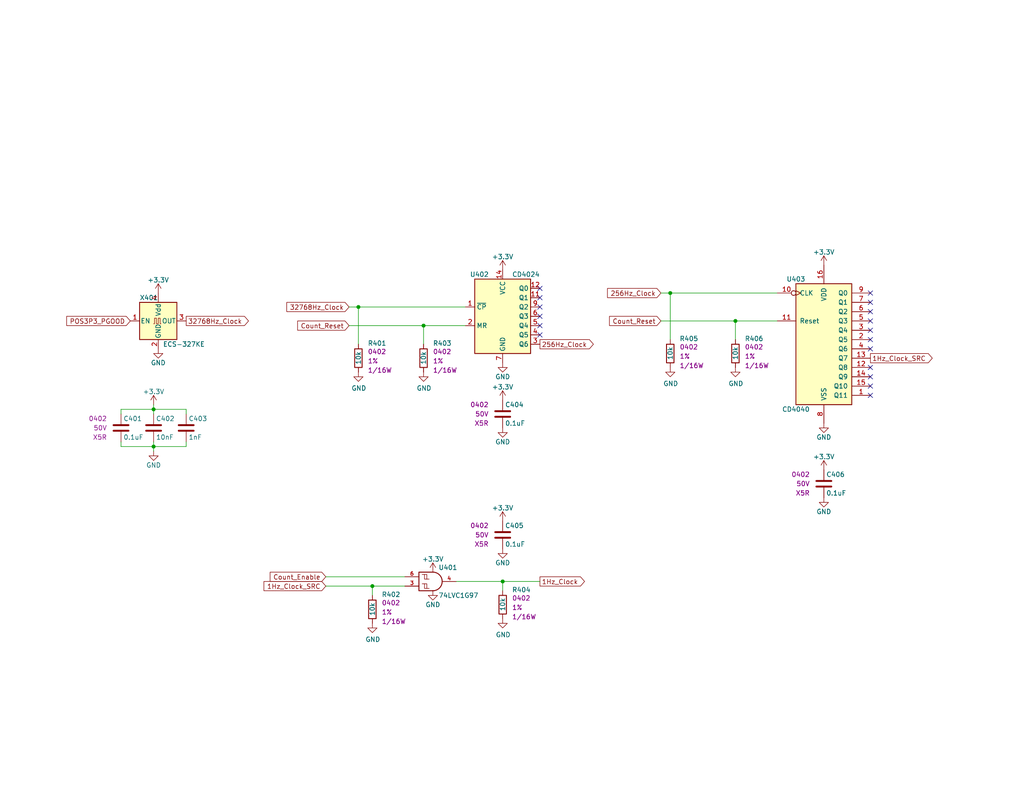
<source format=kicad_sch>
(kicad_sch (version 20231120) (generator "eeschema") (generator_version "8.0")
  (paper "A")
  (title_block (title "Stopwatch") (date "2024-01-11") (rev "A") (company "Drew Maatman"))
  (lib_symbols
    (symbol "4xxx:4040" (pin_names (offset 1.016))
      (property "Reference" "U" (at -7.62 16.51 0))
      (property "Value" "4040" (at -7.62 -19.05 0))
      (symbol "4040_1_0"
        (pin output line (at 12.7 -15.24 180) (length 5.08) (name "Q11") (number "1"))
        (pin input inverted_clock (at -12.7 12.7 0) (length 5.08) (name "CLK") (number "10"))
        (pin input line (at -12.7 5.08 0) (length 5.08) (name "Reset") (number "11"))
        (pin output line (at 12.7 -7.62 180) (length 5.08) (name "Q8") (number "12"))
        (pin output line (at 12.7 -5.08 180) (length 5.08) (name "Q7") (number "13"))
        (pin output line (at 12.7 -10.16 180) (length 5.08) (name "Q9") (number "14"))
        (pin output line (at 12.7 -12.7 180) (length 5.08) (name "Q10") (number "15"))
        (pin power_in line (at 0 20.32 270) (length 5.08) (name "VDD") (number "16"))
        (pin output line (at 12.7 0 180) (length 5.08) (name "Q5") (number "2"))
        (pin output line (at 12.7 2.54 180) (length 5.08) (name "Q4") (number "3"))
        (pin output line (at 12.7 -2.54 180) (length 5.08) (name "Q6") (number "4"))
        (pin output line (at 12.7 5.08 180) (length 5.08) (name "Q3") (number "5"))
        (pin output line (at 12.7 7.62 180) (length 5.08) (name "Q2") (number "6"))
        (pin output line (at 12.7 10.16 180) (length 5.08) (name "Q1") (number "7"))
        (pin power_in line (at 0 -22.86 90) (length 5.08) (name "VSS") (number "8"))
        (pin output line (at 12.7 12.7 180) (length 5.08) (name "Q0") (number "9"))
      )
      (symbol "4040_1_1"
        (rectangle (start -7.62 15.24) (end 7.62 -17.78) (stroke (width 0.254)) (fill (type background)))
      )
    )
    (symbol "74xx:74HC4024"
      (property "Reference" "U" (at -6.35 11.43 0))
      (property "Value" "74HC4024" (at 6.35 11.43 0))
      (symbol "74HC4024_0_1"
        (rectangle (start -7.62 10.16) (end 7.62 -10.16) (stroke (width 0.254)) (fill (type background)))
      )
      (symbol "74HC4024_1_0"
        (pin input line (at -10.16 2.54 0) (length 2.54) (name "~{CP}") (number "1"))
        (pin no_connect line (at -7.62 5.08 0) (length 2.54) hide (name "~") (number "10"))
        (pin output line (at 10.16 5.08 180) (length 2.54) (name "Q1") (number "11"))
        (pin output line (at 10.16 7.62 180) (length 2.54) (name "Q0") (number "12"))
        (pin no_connect line (at -7.62 -5.08 0) (length 2.54) hide (name "~") (number "13"))
        (pin power_in line (at 0 12.7 270) (length 2.54) (name "VCC") (number "14"))
        (pin input line (at -10.16 -2.54 0) (length 2.54) (name "MR") (number "2"))
        (pin output line (at 10.16 -7.62 180) (length 2.54) (name "Q6") (number "3"))
        (pin output line (at 10.16 -5.08 180) (length 2.54) (name "Q5") (number "4"))
        (pin output line (at 10.16 -2.54 180) (length 2.54) (name "Q4") (number "5"))
        (pin output line (at 10.16 0 180) (length 2.54) (name "Q3") (number "6"))
        (pin power_in line (at 0 -12.7 90) (length 2.54) (name "GND") (number "7"))
        (pin no_connect line (at -7.62 7.62 0) (length 2.54) hide (name "~") (number "8"))
        (pin output line (at 10.16 2.54 180) (length 2.54) (name "Q2") (number "9"))
      )
    )
    (symbol "Custom Library:74LVC1G97_Power_AND" (pin_names (offset 1.016) hide)
      (property "Reference" "U" (at 1.524 3.81 0))
      (property "Value" "74LVC1G97_Power_AND" (at 1.524 -3.81 0))
      (symbol "74LVC1G97_Power_AND_1_1"
        (arc (start 0 -2.54) (mid 2.529 0) (end 0 2.54) (stroke (width 0.254)))
        (polyline (pts (xy -2.286 -0.635) (xy -1.651 -0.635) (xy -1.651 -1.905)))
        (polyline (pts (xy -2.286 1.905) (xy -1.651 1.905) (xy -1.651 0.635)))
        (polyline (pts (xy -2.921 -0.635) (xy -2.286 -0.635) (xy -2.286 -1.905) (xy -1.016 -1.905)))
        (polyline (pts (xy -2.921 1.905) (xy -2.286 1.905) (xy -2.286 0.635) (xy -1.016 0.635)))
        (polyline (pts (xy 0 -2.54) (xy -3.81 -2.54) (xy -3.81 2.54) (xy 0 2.54)) (stroke (width 0.254)))
        (pin power_in line (at 0 -2.54 270) (length 0) (name "GND") (number "1"))
        (pin power_in line (at 0 -2.54 270) (length 0) (name "GND") (number "2"))
        (pin input line (at -7.62 -1.27 0) (length 3.81) (name "~") (number "3"))
        (pin output line (at 6.35 0 180) (length 3.81) (name "~") (number "4"))
        (pin power_in line (at 0 2.54 90) (length 0) (name "VCC") (number "5"))
        (pin input line (at -7.62 1.27 0) (length 3.81) (name "~") (number "6"))
      )
    )
    (symbol "Custom_Library:C_Custom" (pin_numbers hide) (pin_names (offset 0.254))
      (property "Reference" "C" (at 0.635 2.54 0))
      (property "Value" "C_Custom" (at 0.635 -2.54 0))
      (property "display_footprint" "Foot" (at -3.81 2.54 0))
      (property "Voltage" "V" (at -3.81 0 0))
      (property "Dielectric" "Er" (at -3.81 -2.54 0))
      (symbol "C_Custom_0_1"
        (polyline (pts (xy -2.032 -0.762) (xy 2.032 -0.762)) (stroke (width 0.508)))
        (polyline (pts (xy -2.032 0.762) (xy 2.032 0.762)) (stroke (width 0.508)))
      )
      (symbol "C_Custom_1_1"
        (pin passive line (at 0 3.81 270) (length 2.794) (name "~") (number "1"))
        (pin passive line (at 0 -3.81 90) (length 2.794) (name "~") (number "2"))
      )
    )
    (symbol "Custom_Library:ECS-327KE" (pin_names (offset 0.254))
      (property "Reference" "X" (at -5.08 6.35 0))
      (property "Value" "ECS-327KE" (at 1.27 -6.35 0))
      (symbol "ECS-327KE_0_1"
        (rectangle (start -5.08 5.08) (end 5.08 -5.08) (stroke (width 0.254)) (fill (type background)))
        (polyline (pts (xy -1.27 -0.762) (xy -1.016 -0.762) (xy -1.016 0.762) (xy -0.508 0.762) (xy -0.508 -0.762) (xy 0 -0.762) (xy 0 0.762) (xy 0.508 0.762) (xy 0.508 -0.762) (xy 0.762 -0.762)))
      )
      (symbol "ECS-327KE_1_1"
        (pin input line (at -7.62 0 0) (length 2.54) (name "EN") (number "1"))
        (pin power_in line (at 0 -7.62 90) (length 2.54) (name "GND") (number "2"))
        (pin output line (at 7.62 0 180) (length 2.54) (name "OUT") (number "3"))
        (pin power_in line (at 0 7.62 270) (length 2.54) (name "Vdd") (number "4"))
      )
    )
    (symbol "Custom_Library:R_Custom" (pin_numbers hide) (pin_names (offset 1.016) hide)
      (property "Reference" "R" (at -2.54 0 90))
      (property "Value" "R_Custom" (at 0 0 90))
      (property "display_footprint" "Foot" (at 2.54 0 90))
      (property "Tolerance" "Tol" (at 5.08 0 90))
      (property "Wattage" "W" (at 7.62 0 90))
      (symbol "R_Custom_0_1"
        (rectangle (start 1.016 2.54) (end -1.016 -2.54) (stroke (width 0.254)))
      )
      (symbol "R_Custom_1_1"
        (pin passive line (at 0 3.81 270) (length 1.27) (name "1") (number "1"))
        (pin passive line (at 0 -3.81 90) (length 1.27) (name "2") (number "2"))
      )
    )
    (symbol "power:+3.3V" (power) (pin_names (offset 0))
      (property "Value" "+3.3V" (at 0 3.556 0))
      (symbol "+3.3V_0_1"
        (polyline (pts (xy -0.762 1.27) (xy 0 2.54)))
        (polyline (pts (xy 0 0) (xy 0 2.54)))
        (polyline (pts (xy 0 2.54) (xy 0.762 1.27)))
      )
      (symbol "+3.3V_1_1"
        (pin power_in line (at 0 0 90) (length 0) hide (name "+3.3V") (number "1"))
      )
    )
    (symbol "power:GND" (power) (pin_names (offset 0))
      (property "Value" "GND" (at 0 -3.81 0))
      (symbol "GND_0_1"
        (polyline (pts (xy 0 0) (xy 0 -1.27) (xy 1.27 -1.27) (xy 0 -2.54) (xy -1.27 -1.27) (xy 0 -1.27)))
      )
      (symbol "GND_1_1"
        (pin power_in line (at 0 0 270) (length 0) hide (name "GND") (number "1"))
      )
    )
  )
  (junction (at 97.79 83.82))
  (junction (at 41.91 111.76))
  (junction (at 182.88 80.01))
  (junction (at 101.6 160.02))
  (junction (at 41.91 121.92))
  (junction (at 137.16 158.75))
  (junction (at 200.66 87.63))
  (junction (at 115.57 88.9))
  (no_connect (at 237.49 82.55))
  (no_connect (at 237.49 87.63))
  (no_connect (at 237.49 92.71))
  (no_connect (at 237.49 105.41))
  (no_connect (at 147.32 81.28))
  (no_connect (at 147.32 86.36))
  (no_connect (at 237.49 95.25))
  (no_connect (at 237.49 102.87))
  (no_connect (at 237.49 85.09))
  (no_connect (at 237.49 80.01))
  (no_connect (at 237.49 107.95))
  (no_connect (at 147.32 88.9))
  (no_connect (at 237.49 100.33))
  (no_connect (at 237.49 90.17))
  (no_connect (at 147.32 78.74))
  (no_connect (at 147.32 91.44))
  (no_connect (at 147.32 83.82))
  (wire (pts (xy 50.8 121.92) (xy 50.8 120.65)))
  (wire (pts (xy 41.91 111.76) (xy 33.02 111.76)))
  (wire (pts (xy 88.9 160.02) (xy 101.6 160.02)))
  (wire (pts (xy 88.9 157.48) (xy 110.49 157.48)))
  (wire (pts (xy 127 88.9) (xy 115.57 88.9)))
  (wire (pts (xy 41.91 111.76) (xy 41.91 113.03)))
  (wire (pts (xy 200.66 87.63) (xy 200.66 92.71)))
  (wire (pts (xy 124.46 158.75) (xy 137.16 158.75)))
  (wire (pts (xy 101.6 160.02) (xy 110.49 160.02)))
  (wire (pts (xy 115.57 88.9) (xy 95.25 88.9)))
  (wire (pts (xy 137.16 158.75) (xy 137.16 161.29)))
  (wire (pts (xy 33.02 121.92) (xy 33.02 120.65)))
  (wire (pts (xy 41.91 121.92) (xy 41.91 120.65)))
  (wire (pts (xy 200.66 87.63) (xy 180.34 87.63)))
  (wire (pts (xy 180.34 80.01) (xy 182.88 80.01)))
  (wire (pts (xy 33.02 111.76) (xy 33.02 113.03)))
  (wire (pts (xy 41.91 111.76) (xy 50.8 111.76)))
  (wire (pts (xy 97.79 93.98) (xy 97.79 83.82)))
  (wire (pts (xy 115.57 88.9) (xy 115.57 93.98)))
  (wire (pts (xy 41.91 123.19) (xy 41.91 121.92)))
  (wire (pts (xy 127 83.82) (xy 97.79 83.82)))
  (wire (pts (xy 41.91 121.92) (xy 50.8 121.92)))
  (wire (pts (xy 137.16 158.75) (xy 147.32 158.75)))
  (wire (pts (xy 212.09 80.01) (xy 182.88 80.01)))
  (wire (pts (xy 41.91 121.92) (xy 33.02 121.92)))
  (wire (pts (xy 95.25 83.82) (xy 97.79 83.82)))
  (wire (pts (xy 212.09 87.63) (xy 200.66 87.63)))
  (wire (pts (xy 41.91 110.49) (xy 41.91 111.76)))
  (wire (pts (xy 101.6 160.02) (xy 101.6 162.56)))
  (wire (pts (xy 182.88 80.01) (xy 182.88 92.71)))
  (wire (pts (xy 50.8 111.76) (xy 50.8 113.03)))
  (global_label "1Hz_Clock" (shape output) (at 147.32 158.75 0) (property "Intersheetrefs" "${INTERSHEET_REFS}" (effects (hide yes))))
  (global_label "32768Hz_Clock" (shape output) (at 50.8 87.63 0) (property "Intersheetrefs" "${INTERSHEET_REFS}" (effects (hide yes))))
  (global_label "POS3P3_PGOOD" (shape input) (at 35.56 87.63 180) (property "Intersheetrefs" "${INTERSHEET_REFS}" (effects (hide yes))))
  (global_label "1Hz_Clock_SRC" (shape output) (at 237.49 97.79 0) (property "Intersheetrefs" "${INTERSHEET_REFS}" (effects (hide yes))))
  (global_label "256Hz_Clock" (shape output) (at 147.32 93.98 0) (property "Intersheetrefs" "${INTERSHEET_REFS}" (effects (hide yes))))
  (global_label "Count_Enable" (shape input) (at 88.9 157.48 180) (property "Intersheetrefs" "${INTERSHEET_REFS}" (effects (hide yes))))
  (global_label "Count_Reset" (shape input) (at 95.25 88.9 180) (property "Intersheetrefs" "${INTERSHEET_REFS}" (effects (hide yes))))
  (global_label "32768Hz_Clock" (shape input) (at 95.25 83.82 180) (property "Intersheetrefs" "${INTERSHEET_REFS}" (effects (hide yes))))
  (global_label "1Hz_Clock_SRC" (shape input) (at 88.9 160.02 180) (property "Intersheetrefs" "${INTERSHEET_REFS}" (effects (hide yes))))
  (global_label "256Hz_Clock" (shape input) (at 180.34 80.01 180) (property "Intersheetrefs" "${INTERSHEET_REFS}" (effects (hide yes))))
  (global_label "Count_Reset" (shape input) (at 180.34 87.63 180) (property "Intersheetrefs" "${INTERSHEET_REFS}" (effects (hide yes))))
  (symbol (lib_id "power:GND") (at 43.18 95.25 0) (unit 1)
    (property "Reference" "#PWR0405" (effects (hide yes)))
    (property "Value" "GND" (at 43.18 99.06 0))
  )
  (symbol (lib_id "74xx:74HC4024") (at 137.16 86.36 0) (unit 1)
    (property "Reference" "U402" (at 130.81 74.93 0))
    (property "Value" "CD4024" (at 143.51 74.93 0))
    (property "Footprint" "Housings_SSOP:TSSOP-14_4.4x5mm_Pitch0.65mm" (effects (hide yes)))
    (property "Datasheet" "http://www.ti.com/lit/ds/symlink/cd4020b.pdf" (effects (hide yes)))
    (property "Digi-Key PN" "296-49578-ND" (effects (hide yes)))
  )
  (symbol (lib_id "Custom_Library:C_Custom") (at 33.02 116.84 0) (unit 1)
    (property "Reference" "C401" (at 33.655 114.3 0) (effects (justify left)))
    (property "Value" "0.1uF" (at 33.655 119.38 0) (effects (justify left)))
    (property "Footprint" "Capacitors_SMD:C_0402" (effects (hide yes)))
    (property "display_footprint" "0402" (at 29.21 114.3 0) (effects (justify right)))
    (property "Voltage" "50V" (at 29.21 116.84 0) (effects (justify right)))
    (property "Dielectric" "X5R" (at 29.21 119.38 0) (effects (justify right)))
    (property "Digi-Key PN" "490-10697-1-ND" (effects (hide yes)))
  )
  (symbol (lib_id "Custom_Library:C_Custom") (at 41.91 116.84 0) (unit 1)
    (property "Reference" "C402" (at 42.545 114.3 0) (effects (justify left)))
    (property "Value" "10nF" (at 42.545 119.38 0) (effects (justify left)))
    (property "Footprint" "Capacitors_SMD:C_0402" (effects (hide yes)))
    (property "display_footprint" "0402" (effects (hide yes)))
    (property "Voltage" "50V" (effects (hide yes)))
    (property "Dielectric" "X5R" (effects (hide yes)))
    (property "Digi-Key PN" "445-12201-1-ND" (effects (hide yes)))
  )
  (symbol (lib_id "Custom_Library:C_Custom") (at 50.8 116.84 0) (unit 1)
    (property "Reference" "C403" (at 51.435 114.3 0) (effects (justify left)))
    (property "Value" "1nF" (at 51.435 119.38 0) (effects (justify left)))
    (property "Footprint" "Capacitors_SMD:C_0402" (effects (hide yes)))
    (property "display_footprint" "0402" (effects (hide yes)))
    (property "Voltage" "50V" (effects (hide yes)))
    (property "Dielectric" "X5R" (effects (hide yes)))
    (property "Digi-Key PN" "445-7376-1-ND" (effects (hide yes)))
  )
  (symbol (lib_id "power:GND") (at 41.91 123.19 0) (unit 1)
    (property "Reference" "#PWR0403" (effects (hide yes)))
    (property "Value" "GND" (at 41.91 127 0))
  )
  (symbol (lib_id "Custom_Library:R_Custom") (at 97.79 97.79 0) (unit 1)
    (property "Reference" "R401" (at 100.33 93.726 0) (effects (justify left)))
    (property "Value" "10k" (at 97.79 99.568 90) (effects (justify left)))
    (property "Footprint" "Resistors_SMD:R_0402" (effects (hide yes)))
    (property "display_footprint" "0402" (at 100.33 96.012 0) (effects (justify left)))
    (property "Tolerance" "1%" (at 100.33 98.552 0) (effects (justify left)))
    (property "Wattage" "1/16W" (at 100.33 101.092 0) (effects (justify left)))
    (property "Digi-Key PN" "RMCF0402FT10K0CT-ND" (effects (hide yes)))
  )
  (symbol (lib_id "power:GND") (at 97.79 101.6 0) (unit 1)
    (property "Reference" "#PWR0406" (effects (hide yes)))
    (property "Value" "GND" (at 97.917 105.9942 0))
  )
  (symbol (lib_id "power:GND") (at 137.16 99.06 0) (unit 1)
    (property "Reference" "#PWR0412" (effects (hide yes)))
    (property "Value" "GND" (at 137.16 102.87 0))
  )
  (symbol (lib_id "power:GND") (at 115.57 101.6 0) (unit 1)
    (property "Reference" "#PWR0408" (effects (hide yes)))
    (property "Value" "GND" (at 115.697 105.9942 0))
  )
  (symbol (lib_id "Custom_Library:R_Custom") (at 115.57 97.79 0) (unit 1)
    (property "Reference" "R403" (at 118.11 93.726 0) (effects (justify left)))
    (property "Value" "10k" (at 115.57 99.568 90) (effects (justify left)))
    (property "Footprint" "Resistors_SMD:R_0402" (effects (hide yes)))
    (property "display_footprint" "0402" (at 118.11 96.012 0) (effects (justify left)))
    (property "Tolerance" "1%" (at 118.11 98.552 0) (effects (justify left)))
    (property "Wattage" "1/16W" (at 118.11 101.092 0) (effects (justify left)))
    (property "Digi-Key PN" "RMCF0402FT10K0CT-ND" (effects (hide yes)))
  )
  (symbol (lib_id "Custom_Library:C_Custom") (at 137.16 113.03 0) (unit 1)
    (property "Reference" "C404" (at 137.795 110.49 0) (effects (justify left)))
    (property "Value" "0.1uF" (at 137.795 115.57 0) (effects (justify left)))
    (property "Footprint" "Capacitors_SMD:C_0402" (effects (hide yes)))
    (property "display_footprint" "0402" (at 133.35 110.49 0) (effects (justify right)))
    (property "Voltage" "50V" (at 133.35 113.03 0) (effects (justify right)))
    (property "Dielectric" "X5R" (at 133.35 115.57 0) (effects (justify right)))
    (property "Digi-Key PN" "490-10697-1-ND" (effects (hide yes)))
  )
  (symbol (lib_id "power:GND") (at 137.16 116.84 0) (unit 1)
    (property "Reference" "#PWR0414" (effects (hide yes)))
    (property "Value" "GND" (at 137.16 120.65 0))
  )
  (symbol (lib_id "4xxx:4040") (at 224.79 92.71 0) (unit 1)
    (property "Reference" "U403" (at 217.17 76.2 0))
    (property "Value" "CD4040" (at 217.17 111.76 0))
    (property "Footprint" "Custom Footprints Library:DHVQFN16-1ep_3p5x2p5mm" (effects (hide yes)))
    (property "Datasheet" "http://www.intersil.com/content/dam/Intersil/documents/cd40/cd4020bms-24bms-40bms.pdf" (effects (hide yes)))
    (property "Digi-Key PN" "1727-7992-1-ND" (effects (hide yes)))
  )
  (symbol (lib_id "power:GND") (at 224.79 115.57 0) (unit 1)
    (property "Reference" "#PWR0421" (effects (hide yes)))
    (property "Value" "GND" (at 224.79 119.38 0))
  )
  (symbol (lib_id "Custom_Library:R_Custom") (at 200.66 96.52 0) (unit 1)
    (property "Reference" "R406" (at 203.2 92.456 0) (effects (justify left)))
    (property "Value" "10k" (at 200.66 98.298 90) (effects (justify left)))
    (property "Footprint" "Resistors_SMD:R_0402" (effects (hide yes)))
    (property "display_footprint" "0402" (at 203.2 94.742 0) (effects (justify left)))
    (property "Tolerance" "1%" (at 203.2 97.282 0) (effects (justify left)))
    (property "Wattage" "1/16W" (at 203.2 99.822 0) (effects (justify left)))
    (property "Digi-Key PN" "RMCF0402FT10K0CT-ND" (effects (hide yes)))
  )
  (symbol (lib_id "power:GND") (at 200.66 100.33 0) (unit 1)
    (property "Reference" "#PWR0419" (effects (hide yes)))
    (property "Value" "GND" (at 200.787 104.7242 0))
  )
  (symbol (lib_id "Custom_Library:R_Custom") (at 182.88 96.52 0) (unit 1)
    (property "Reference" "R405" (at 185.42 92.456 0) (effects (justify left)))
    (property "Value" "10k" (at 182.88 98.298 90) (effects (justify left)))
    (property "Footprint" "Resistors_SMD:R_0402" (effects (hide yes)))
    (property "display_footprint" "0402" (at 185.42 94.742 0) (effects (justify left)))
    (property "Tolerance" "1%" (at 185.42 97.282 0) (effects (justify left)))
    (property "Wattage" "1/16W" (at 185.42 99.822 0) (effects (justify left)))
    (property "Digi-Key PN" "RMCF0402FT10K0CT-ND" (effects (hide yes)))
  )
  (symbol (lib_id "power:GND") (at 182.88 100.33 0) (unit 1)
    (property "Reference" "#PWR0418" (effects (hide yes)))
    (property "Value" "GND" (at 183.007 104.7242 0))
  )
  (symbol (lib_id "Custom_Library:C_Custom") (at 224.79 132.08 0) (unit 1)
    (property "Reference" "C406" (at 225.425 129.54 0) (effects (justify left)))
    (property "Value" "0.1uF" (at 225.425 134.62 0) (effects (justify left)))
    (property "Footprint" "Capacitors_SMD:C_0402" (effects (hide yes)))
    (property "display_footprint" "0402" (at 220.98 129.54 0) (effects (justify right)))
    (property "Voltage" "50V" (at 220.98 132.08 0) (effects (justify right)))
    (property "Dielectric" "X5R" (at 220.98 134.62 0) (effects (justify right)))
    (property "Digi-Key PN" "490-10697-1-ND" (effects (hide yes)))
  )
  (symbol (lib_id "power:GND") (at 224.79 135.89 0) (unit 1)
    (property "Reference" "#PWR0423" (effects (hide yes)))
    (property "Value" "GND" (at 224.79 139.7 0))
  )
  (symbol (lib_id "Custom_Library:ECS-327KE") (at 43.18 87.63 0) (unit 1)
    (property "Reference" "X401" (at 38.1 81.28 0) (effects (justify left)))
    (property "Value" "ECS-327KE" (at 44.45 93.98 0) (effects (justify left)))
    (property "Footprint" "Oscillator:Oscillator_SMD_Abracon_ASE-4Pin_3.2x2.5mm" (effects (hide yes)))
    (property "Digi-Key PN" "XC1751CT-ND" (effects (hide yes)))
  )
  (symbol (lib_id "power:+3.3V") (at 224.79 128.27 0) (unit 1)
    (property "Reference" "#PWR0413" (effects (hide yes)))
    (property "Value" "+3.3V" (at 224.79 124.714 0))
  )
  (symbol (lib_id "power:GND") (at 137.16 168.91 0) (unit 1)
    (property "Reference" "#PWR0417" (effects (hide yes)))
    (property "Value" "GND" (at 137.287 173.3042 0))
  )
  (symbol (lib_id "Custom_Library:C_Custom") (at 137.16 146.05 0) (unit 1)
    (property "Reference" "C405" (at 137.795 143.51 0) (effects (justify left)))
    (property "Value" "0.1uF" (at 137.795 148.59 0) (effects (justify left)))
    (property "Footprint" "Capacitors_SMD:C_0402" (effects (hide yes)))
    (property "display_footprint" "0402" (at 133.35 143.51 0) (effects (justify right)))
    (property "Voltage" "50V" (at 133.35 146.05 0) (effects (justify right)))
    (property "Dielectric" "X5R" (at 133.35 148.59 0) (effects (justify right)))
    (property "Digi-Key PN" "490-10697-1-ND" (effects (hide yes)))
  )
  (symbol (lib_id "power:+3.3V") (at 137.16 73.66 0) (unit 1)
    (property "Reference" "#PWR0409" (effects (hide yes)))
    (property "Value" "+3.3V" (at 137.16 70.104 0))
  )
  (symbol (lib_id "power:GND") (at 118.11 161.29 0) (unit 1)
    (property "Reference" "#PWR0410" (effects (hide yes)))
    (property "Value" "GND" (at 118.11 165.1 0))
  )
  (symbol (lib_id "power:+3.3V") (at 137.16 142.24 0) (unit 1)
    (property "Reference" "#PWR0402" (effects (hide yes)))
    (property "Value" "+3.3V" (at 137.16 138.684 0))
  )
  (symbol (lib_id "Custom Library:74LVC1G97_Power_AND") (at 118.11 158.75 0) (unit 1)
    (property "Reference" "U401" (at 119.634 154.94 0) (effects (justify left)))
    (property "Value" "74LVC1G97" (at 119.634 162.56 0) (effects (justify left)))
    (property "Footprint" "Package_TO_SOT_SMD:SOT-363_SC-70-6" (effects (hide yes)))
    (property "Datasheet" "http://www.ti.com/lit/ds/symlink/sn74lvc1g97.pdf" (effects (hide yes)))
    (property "Digi-Key PN" "296-15582-1-ND" (effects (hide yes)))
  )
  (symbol (lib_id "power:+3.3V") (at 118.11 156.21 0) (unit 1)
    (property "Reference" "#PWR0401" (effects (hide yes)))
    (property "Value" "+3.3V" (at 118.11 152.654 0))
  )
  (symbol (lib_id "power:+3.3V") (at 43.18 80.01 0) (unit 1)
    (property "Reference" "#PWR0420" (effects (hide yes)))
    (property "Value" "+3.3V" (at 43.18 76.454 0))
  )
  (symbol (lib_id "Custom_Library:R_Custom") (at 137.16 165.1 0) (unit 1)
    (property "Reference" "R404" (at 139.7 161.036 0) (effects (justify left)))
    (property "Value" "10k" (at 137.16 166.878 90) (effects (justify left)))
    (property "Footprint" "Resistors_SMD:R_0402" (effects (hide yes)))
    (property "display_footprint" "0402" (at 139.7 163.322 0) (effects (justify left)))
    (property "Tolerance" "1%" (at 139.7 165.862 0) (effects (justify left)))
    (property "Wattage" "1/16W" (at 139.7 168.402 0) (effects (justify left)))
    (property "Digi-Key PN" "RMCF0402FT10K0CT-ND" (effects (hide yes)))
  )
  (symbol (lib_id "power:GND") (at 101.6 170.18 0) (unit 1)
    (property "Reference" "#PWR0407" (effects (hide yes)))
    (property "Value" "GND" (at 101.727 174.5742 0))
  )
  (symbol (lib_id "power:+3.3V") (at 224.79 72.39 0) (unit 1)
    (property "Reference" "#PWR0411" (effects (hide yes)))
    (property "Value" "+3.3V" (at 224.79 68.834 0))
  )
  (symbol (lib_id "power:GND") (at 137.16 149.86 0) (unit 1)
    (property "Reference" "#PWR0416" (effects (hide yes)))
    (property "Value" "GND" (at 137.16 153.67 0))
  )
  (symbol (lib_id "power:+3.3V") (at 137.16 109.22 0) (unit 1)
    (property "Reference" "#PWR0404" (effects (hide yes)))
    (property "Value" "+3.3V" (at 137.16 105.664 0))
  )
  (symbol (lib_id "power:+3.3V") (at 41.91 110.49 0) (unit 1)
    (property "Reference" "#PWR0415" (effects (hide yes)))
    (property "Value" "+3.3V" (at 41.91 106.934 0))
  )
  (symbol (lib_id "Custom_Library:R_Custom") (at 101.6 166.37 0) (unit 1)
    (property "Reference" "R402" (at 104.14 162.306 0) (effects (justify left)))
    (property "Value" "10k" (at 101.6 168.148 90) (effects (justify left)))
    (property "Footprint" "Resistors_SMD:R_0402" (effects (hide yes)))
    (property "display_footprint" "0402" (at 104.14 164.592 0) (effects (justify left)))
    (property "Tolerance" "1%" (at 104.14 167.132 0) (effects (justify left)))
    (property "Wattage" "1/16W" (at 104.14 169.672 0) (effects (justify left)))
    (property "Digi-Key PN" "RMCF0402FT10K0CT-ND" (effects (hide yes)))
  )
)
</source>
